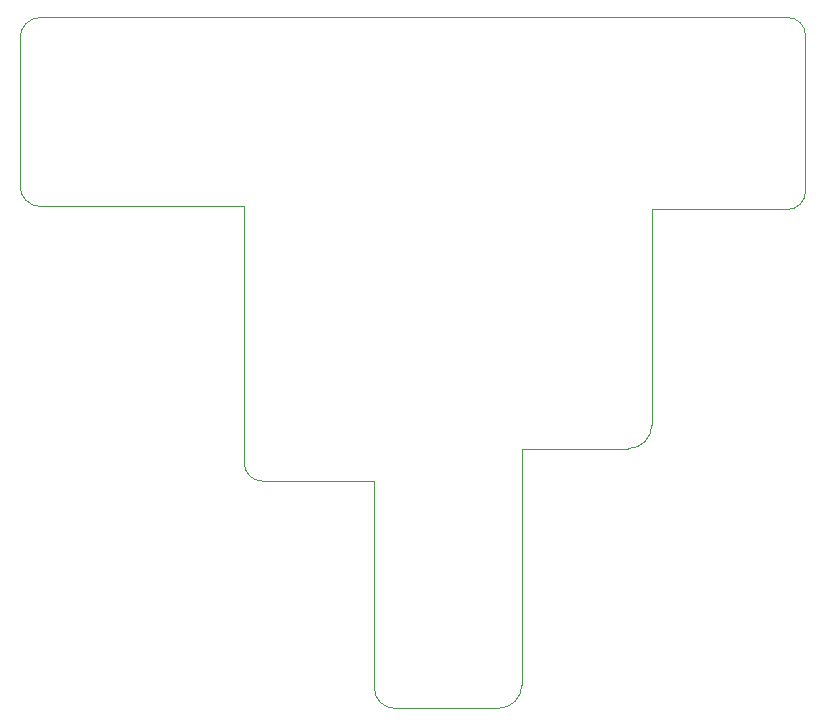
<source format=gbr>
G04 #@! TF.GenerationSoftware,KiCad,Pcbnew,5.1.2*
G04 #@! TF.CreationDate,2019-06-25T21:59:29-05:00*
G04 #@! TF.ProjectId,STM32F030Minimal,53544d33-3246-4303-9330-4d696e696d61,rev?*
G04 #@! TF.SameCoordinates,Original*
G04 #@! TF.FileFunction,Profile,NP*
%FSLAX46Y46*%
G04 Gerber Fmt 4.6, Leading zero omitted, Abs format (unit mm)*
G04 Created by KiCad (PCBNEW 5.1.2) date 2019-06-25 21:59:29*
%MOMM*%
%LPD*%
G04 APERTURE LIST*
%ADD10C,0.050000*%
G04 APERTURE END LIST*
D10*
X176750000Y-70250000D02*
G75*
G02X174750000Y-72250000I-2000000J0D01*
G01*
X165750000Y-92250000D02*
G75*
G02X163750000Y-94250000I-2000000J0D01*
G01*
X155000000Y-94250000D02*
G75*
G02X153250000Y-92500000I0J1750000D01*
G01*
X143750000Y-75000000D02*
G75*
G02X142250000Y-73500000I0J1500000D01*
G01*
X125000000Y-51750000D02*
G75*
G02X123250000Y-50000000I0J1750000D01*
G01*
X123250000Y-37500000D02*
G75*
G02X125000000Y-35750000I1750000J0D01*
G01*
X188250000Y-35750000D02*
G75*
G02X189750000Y-37250000I0J-1500000D01*
G01*
X189750000Y-50500000D02*
G75*
G02X188250000Y-52000000I-1500000J0D01*
G01*
X123250000Y-50000000D02*
X123250000Y-37500000D01*
X142250000Y-51750000D02*
X125000000Y-51750000D01*
X142250000Y-73500000D02*
X142250000Y-51750000D01*
X153250000Y-75000000D02*
X143750000Y-75000000D01*
X153250000Y-92500000D02*
X153250000Y-75000000D01*
X163750000Y-94250000D02*
X155000000Y-94250000D01*
X165750000Y-72250000D02*
X165750000Y-92250000D01*
X174750000Y-72250000D02*
X165750000Y-72250000D01*
X176750000Y-52000000D02*
X176750000Y-70250000D01*
X188250000Y-52000000D02*
X176750000Y-52000000D01*
X189750000Y-37250000D02*
X189750000Y-50500000D01*
X125000000Y-35750000D02*
X188250000Y-35750000D01*
M02*

</source>
